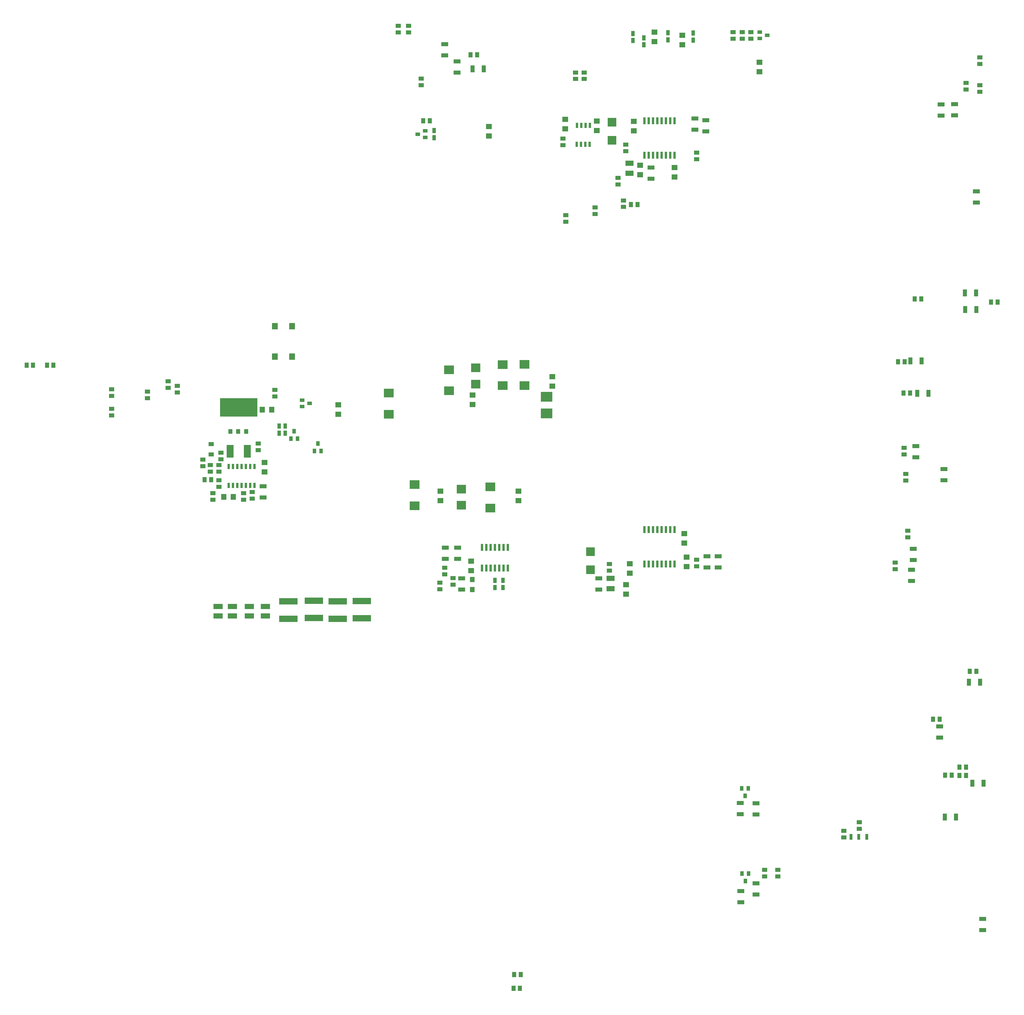
<source format=gbr>
G04 #@! TF.GenerationSoftware,KiCad,Pcbnew,(5.1.2)-1*
G04 #@! TF.CreationDate,2019-06-24T11:34:57+02:00*
G04 #@! TF.ProjectId,SI3002V4.1,53493330-3032-4563-942e-312e6b696361,rev?*
G04 #@! TF.SameCoordinates,Original*
G04 #@! TF.FileFunction,Paste,Bot*
G04 #@! TF.FilePolarity,Positive*
%FSLAX46Y46*%
G04 Gerber Fmt 4.6, Leading zero omitted, Abs format (unit mm)*
G04 Created by KiCad (PCBNEW (5.1.2)-1) date 2019-06-24 11:34:57*
%MOMM*%
%LPD*%
G04 APERTURE LIST*
%ADD10R,3.500000X1.400000*%
%ADD11R,1.200000X1.400000*%
%ADD12R,1.498600X1.143000*%
%ADD13R,1.400000X1.000000*%
%ADD14R,1.800000X1.600000*%
%ADD15R,1.500000X1.300000*%
%ADD16R,0.660400X1.600200*%
%ADD17R,0.660400X2.006600*%
%ADD18R,0.660400X2.032000*%
%ADD19R,1.600000X1.200000*%
%ADD20R,2.000000X1.300000*%
%ADD21R,2.700000X2.600000*%
%ADD22R,3.400000X2.900000*%
%ADD23R,3.000000X2.500000*%
%ADD24R,1.000000X1.400000*%
%ADD25R,1.600000X1.800000*%
%ADD26R,1.143000X1.498600*%
%ADD27R,1.300000X2.000000*%
%ADD28R,2.500000X2.500000*%
%ADD29R,0.914400X1.778000*%
%ADD30R,1.300000X1.600000*%
%ADD31R,11.000000X5.500000*%
%ADD32R,2.082800X3.810000*%
%ADD33R,1.000000X1.500000*%
%ADD34R,1.400000X1.600000*%
%ADD35R,2.400000X1.600000*%
%ADD36R,1.300000X1.500000*%
%ADD37R,5.500000X1.850000*%
%ADD38R,2.700000X1.600000*%
%ADD39R,1.700000X1.900000*%
G04 APERTURE END LIST*
D10*
X68451300Y-78568300D03*
D11*
X66140300Y-84766300D03*
X68451300Y-84766300D03*
X70762300Y-84766300D03*
D12*
X50460000Y-71268000D03*
X50460000Y-73222000D03*
X182840000Y-1997000D03*
X182840000Y-43000D03*
D13*
X222340000Y31215000D03*
X222340000Y33115000D03*
X224540000Y32165000D03*
D14*
X222230100Y24190200D03*
X222230100Y21390200D03*
D15*
X217215000Y31205000D03*
X217215000Y33105000D03*
X214451500Y31206300D03*
X214451500Y33106300D03*
X219745000Y31205000D03*
X219745000Y33105000D03*
D16*
X172169100Y-31700D03*
X172194500Y5607100D03*
X170899100Y-31700D03*
X169629100Y-31700D03*
X170924500Y5607100D03*
X169654500Y5607100D03*
X168359100Y-31700D03*
X168384500Y5607100D03*
X65593800Y-95040400D03*
X65593800Y-100679200D03*
X66863800Y-95040400D03*
X68133800Y-95040400D03*
X66863800Y-100679200D03*
X68133800Y-100679200D03*
X69403800Y-95040400D03*
X69403800Y-100679200D03*
X70673800Y-95040400D03*
X71943800Y-95040400D03*
X70673800Y-100679200D03*
X71943800Y-100679200D03*
X73213800Y-95040400D03*
X73213800Y-100679200D03*
D17*
X197197600Y6915200D03*
X195927600Y6915200D03*
X194657600Y6915200D03*
X193387600Y6915200D03*
X192117600Y6915200D03*
X190847600Y6915200D03*
X189577600Y6915200D03*
X188307600Y6915200D03*
X188307600Y-3244800D03*
X189577600Y-3244800D03*
X190847600Y-3244800D03*
X192117600Y-3244800D03*
X193387600Y-3244800D03*
X194657600Y-3244800D03*
X195927600Y-3244800D03*
X197197600Y-3244800D03*
X197197600Y-113734900D03*
X195927600Y-113734900D03*
X194657600Y-113734900D03*
X193387600Y-113734900D03*
X192117600Y-113734900D03*
X190847600Y-113734900D03*
X189577600Y-113734900D03*
X188307600Y-113734900D03*
X188307600Y-123894900D03*
X189577600Y-123894900D03*
X190847600Y-123894900D03*
X192117600Y-123894900D03*
X193387600Y-123894900D03*
X194657600Y-123894900D03*
X195927600Y-123894900D03*
X197197600Y-123894900D03*
D18*
X140365100Y-118916450D03*
X140365100Y-125063250D03*
X141635100Y-118916450D03*
X142905100Y-118916450D03*
X141635100Y-125063250D03*
X142905100Y-125063250D03*
X144175100Y-118916450D03*
X144175100Y-125063250D03*
X145445100Y-118916450D03*
X146715100Y-118916450D03*
X145445100Y-125063250D03*
X146715100Y-125063250D03*
X147985100Y-118916450D03*
X147985100Y-125063250D03*
D12*
X60990400Y-102915400D03*
X60990400Y-104869400D03*
X72579000Y-104551800D03*
X72579000Y-102597800D03*
X70038800Y-102915400D03*
X70038800Y-104869400D03*
X62736300Y-99105300D03*
X62736300Y-101059300D03*
X60196300Y-94660300D03*
X60196300Y-96614300D03*
D19*
X60450400Y-91485800D03*
X60450400Y-88485800D03*
D12*
X74325050Y-88310200D03*
X74325050Y-90264200D03*
X57973600Y-95026900D03*
X57973600Y-93072900D03*
D20*
X75753800Y-100875800D03*
X75753800Y-104177800D03*
D21*
X134253200Y-101730500D03*
X134253200Y-106530500D03*
X138539600Y-70732300D03*
X138539600Y-65932300D03*
D22*
X159415200Y-79378400D03*
X159415200Y-74478400D03*
D23*
X130681400Y-72744500D03*
X130681400Y-66523500D03*
X112821900Y-79650200D03*
X112821900Y-73429200D03*
X146476900Y-71236300D03*
X146476900Y-65015300D03*
X152906300Y-71157000D03*
X152906300Y-64936000D03*
X120441900Y-106637700D03*
X120441900Y-100416700D03*
X142865100Y-107343400D03*
X142865100Y-101122400D03*
D24*
X92864600Y-90514300D03*
X90964600Y-90514300D03*
X91914600Y-88314300D03*
X85911300Y-86894800D03*
X84011300Y-86894800D03*
X84961300Y-84694800D03*
D13*
X87258600Y-77378500D03*
X87258600Y-75478500D03*
X89458600Y-76428500D03*
D14*
X128141300Y-105133600D03*
X128141300Y-102333600D03*
X151160100Y-105133600D03*
X151160100Y-102333600D03*
X161090100Y-71336000D03*
X161090100Y-68536000D03*
X164891900Y4562700D03*
X164891900Y7362700D03*
X97978800Y-76854800D03*
X97978800Y-79654800D03*
X137555000Y-73975000D03*
X137555000Y-76775000D03*
X174258300Y4086400D03*
X174258300Y6886400D03*
D25*
X64194000Y-104051100D03*
X66994000Y-104051100D03*
D26*
X60492000Y-98995000D03*
X58538000Y-98995000D03*
D12*
X62736300Y-96614300D03*
X62736300Y-94660300D03*
D14*
X76229900Y-96719800D03*
X76229900Y-93919800D03*
D12*
X63371300Y-91009100D03*
X63371300Y-92963100D03*
D26*
X281231500Y-183822900D03*
X283185500Y-183822900D03*
X273452600Y-169694300D03*
X275406600Y-169694300D03*
D12*
X265435000Y-99222000D03*
X265435000Y-97268000D03*
X203706400Y-122600400D03*
X203706400Y-124554400D03*
X265999800Y-115981800D03*
X265999800Y-114027800D03*
D26*
X266675025Y-73412775D03*
X264721025Y-73412775D03*
X263133825Y-64205175D03*
X265087825Y-64205175D03*
X268055125Y-45631475D03*
X270009125Y-45631475D03*
D12*
X287288200Y17416900D03*
X287288200Y15462900D03*
D20*
X276725000Y-95794000D03*
X276725000Y-99096000D03*
X267603300Y-119386300D03*
X267603300Y-122688300D03*
X206722700Y-124910800D03*
X206722700Y-121608800D03*
D27*
X272111525Y-73491750D03*
X268809525Y-73491750D03*
X266745775Y-63887275D03*
X270047775Y-63887275D03*
D20*
X203230300Y7613600D03*
X203230300Y4311600D03*
X279827200Y11899600D03*
X279827200Y8597600D03*
D27*
X282875150Y-43869000D03*
X286177150Y-43869000D03*
X285081400Y-188522000D03*
X288383400Y-188522000D03*
D20*
X275382000Y-171773900D03*
X275382000Y-175075900D03*
X174813800Y-131419600D03*
X174813800Y-128117600D03*
X210056300Y-121608800D03*
X210056300Y-124910800D03*
X206405000Y3835600D03*
X206405000Y7137600D03*
X190213000Y-6832500D03*
X190213000Y-10134500D03*
D14*
X184021200Y-123764800D03*
X184021200Y-126564800D03*
X182910100Y-132756200D03*
X182910100Y-129956200D03*
X200720000Y-121825000D03*
X200720000Y-124625000D03*
X185195000Y6790000D03*
X185195000Y3990000D03*
X187037400Y-8931200D03*
X187037400Y-6131200D03*
X197197800Y-9645600D03*
X197197800Y-6845600D03*
D28*
X172353175Y-125530225D03*
X172353175Y-120196225D03*
X178703300Y6566000D03*
X178703300Y1232000D03*
D20*
X133221300Y-122370800D03*
X133221300Y-119068800D03*
X129570100Y-122370800D03*
X129570100Y-119068800D03*
D12*
X129411300Y-124981600D03*
X129411300Y-126935600D03*
X127919000Y-129394800D03*
X127919000Y-131348800D03*
X131792600Y-129951800D03*
X131792600Y-127997800D03*
D20*
X134332600Y-131419600D03*
X134332600Y-128117600D03*
D12*
X177988800Y-125824300D03*
X177988800Y-123870300D03*
D24*
X217028000Y-190088900D03*
X218928000Y-190088900D03*
X217978000Y-192288900D03*
X217123400Y-215187500D03*
X219023400Y-215187500D03*
X218073400Y-217387500D03*
D12*
X223788500Y-214119900D03*
X223788500Y-216073900D03*
X227677400Y-214119800D03*
X227677400Y-216073800D03*
D20*
X216724100Y-223653500D03*
X216724100Y-220351500D03*
X221248500Y-221430900D03*
X221248500Y-218128900D03*
X216565300Y-197697700D03*
X216565300Y-194395700D03*
X221248400Y-197777100D03*
X221248400Y-194475100D03*
D14*
X137190200Y-122971100D03*
X137190200Y-125771100D03*
D29*
X251569600Y-204381300D03*
X253919100Y-204381300D03*
X249220100Y-204381300D03*
D12*
X247124500Y-204564500D03*
X247124500Y-202610500D03*
X251728200Y-202024400D03*
X251728200Y-200070400D03*
X122394700Y17431700D03*
X122394700Y19385700D03*
X31034100Y-80009300D03*
X31034100Y-78055300D03*
D14*
X142428900Y5298900D03*
X142428900Y2498900D03*
D12*
X203706200Y-4380900D03*
X203706200Y-2426900D03*
D14*
X200055000Y-114874750D03*
X200055000Y-117674750D03*
D12*
X31034000Y-74230800D03*
X31034000Y-72276800D03*
D15*
X170527500Y21200300D03*
X170527500Y19300300D03*
X167987600Y21200300D03*
X167987600Y19300300D03*
D27*
X280207700Y-198507400D03*
X276905700Y-198507400D03*
D26*
X281231700Y-186236600D03*
X283185700Y-186236600D03*
D12*
X262301100Y-123394100D03*
X262301100Y-125348100D03*
D20*
X267127200Y-125577800D03*
X267127200Y-128879800D03*
D12*
X264904600Y-89580200D03*
X264904600Y-91534200D03*
D20*
X268397000Y-89065300D03*
X268397000Y-92367300D03*
D12*
X283240600Y18132100D03*
X283240600Y16178100D03*
D20*
X286256600Y-17214700D03*
X286256600Y-13912700D03*
D15*
X180529000Y-11814900D03*
X180529000Y-9914900D03*
D30*
X184345000Y-17800000D03*
X186245000Y-17800000D03*
D15*
X182116400Y-18482500D03*
X182116400Y-16582500D03*
D31*
X68610300Y-77603500D03*
D32*
X66070300Y-90557500D03*
X71150300Y-90557500D03*
D33*
X80516300Y-83154800D03*
X80516300Y-85259800D03*
X82262600Y-83154800D03*
X82262600Y-85259800D03*
X184910500Y32732500D03*
X184910500Y30627500D03*
X188164700Y31462775D03*
X188164700Y29357775D03*
X202658800Y32891200D03*
X202658800Y30786200D03*
X195260800Y32923200D03*
X195260800Y30818200D03*
D13*
X123653200Y3959700D03*
X123653200Y2059700D03*
X121453200Y3009700D03*
D33*
X126236100Y4062400D03*
X126236100Y1957400D03*
D14*
X191260500Y30280000D03*
X191260500Y33080000D03*
X199451800Y29422900D03*
X199451800Y32222900D03*
D33*
X146556400Y-128716000D03*
X146556400Y-130821000D03*
X144175000Y-128716000D03*
X144175000Y-130821000D03*
D26*
X137006800Y26441400D03*
X138960800Y26441400D03*
D20*
X129411400Y29521200D03*
X129411400Y26219200D03*
D34*
X137507600Y-128427200D03*
X137507600Y-131427200D03*
D35*
X178306300Y-128109700D03*
X178306300Y-131109700D03*
X183862600Y-5554900D03*
X183862600Y-8554900D03*
D20*
X133030800Y21139100D03*
X133030800Y24441100D03*
D27*
X137602800Y22313700D03*
X140904800Y22313700D03*
D36*
X124932100Y6946800D03*
X123032100Y6946800D03*
D12*
X164257000Y-253200D03*
X164257000Y1700800D03*
X115695300Y34943100D03*
X115695300Y32989100D03*
X118727600Y32989100D03*
X118727600Y34943100D03*
D25*
X75528600Y-78301800D03*
X78328600Y-78301800D03*
D12*
X79246200Y-72483100D03*
X79246200Y-74437100D03*
X41654300Y-72975000D03*
X41654300Y-74929000D03*
D37*
X104868600Y-134743400D03*
X104868600Y-139843400D03*
X97756600Y-134902000D03*
X97756600Y-140002000D03*
X90803400Y-134711600D03*
X90803400Y-139811600D03*
X83215100Y-134902000D03*
X83215100Y-140002000D03*
D38*
X76420500Y-136369600D03*
X76420500Y-139169600D03*
X71721500Y-136369500D03*
X71721500Y-139169500D03*
X66736800Y-136369500D03*
X66736800Y-139169500D03*
X62482300Y-136369500D03*
X62482300Y-139169500D03*
D15*
X165130100Y-20932200D03*
X165130100Y-22832200D03*
X173766100Y-20546200D03*
X173766100Y-18646200D03*
D12*
X47782100Y-69958800D03*
X47782100Y-71912800D03*
X287288300Y23718300D03*
X287288300Y25672300D03*
D20*
X275858300Y11820400D03*
X275858300Y8518400D03*
D26*
X290597600Y-46583750D03*
X292551600Y-46583750D03*
D27*
X286240475Y-48726900D03*
X282938475Y-48726900D03*
D26*
X284327000Y-155486200D03*
X286281000Y-155486200D03*
D27*
X284049900Y-158740700D03*
X287351900Y-158740700D03*
D20*
X288081700Y-228607000D03*
X288081700Y-231909000D03*
D26*
X278978200Y-186204800D03*
X277024200Y-186204800D03*
D36*
X149654500Y-249069400D03*
X151554500Y-249069400D03*
X151792800Y-245021100D03*
X149892800Y-245021100D03*
D39*
X79236500Y-62672600D03*
X84336500Y-62672600D03*
X84336500Y-53672600D03*
X79236500Y-53672600D03*
D36*
X13918200Y-65157600D03*
X12018200Y-65157600D03*
X5985800Y-65157300D03*
X7885800Y-65157300D03*
M02*

</source>
